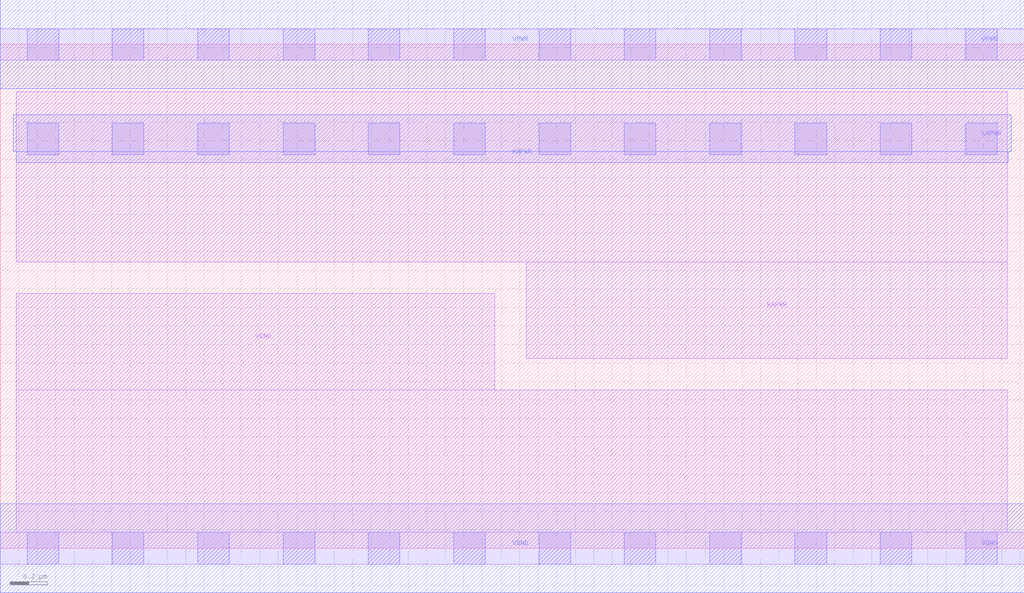
<source format=lef>
# Copyright 2020 The SkyWater PDK Authors
#
# Licensed under the Apache License, Version 2.0 (the "License");
# you may not use this file except in compliance with the License.
# You may obtain a copy of the License at
#
#     https://www.apache.org/licenses/LICENSE-2.0
#
# Unless required by applicable law or agreed to in writing, software
# distributed under the License is distributed on an "AS IS" BASIS,
# WITHOUT WARRANTIES OR CONDITIONS OF ANY KIND, either express or implied.
# See the License for the specific language governing permissions and
# limitations under the License.
#
# SPDX-License-Identifier: Apache-2.0

VERSION 5.7 ;
  NAMESCASESENSITIVE ON ;
  NOWIREEXTENSIONATPIN ON ;
  DIVIDERCHAR "/" ;
  BUSBITCHARS "[]" ;
UNITS
  DATABASE MICRONS 200 ;
END UNITS
MACRO sky130_fd_sc_hd__lpflow_decapkapwr_12
  CLASS CORE ;
  SOURCE USER ;
  FOREIGN sky130_fd_sc_hd__lpflow_decapkapwr_12 ;
  ORIGIN  0.000000  0.000000 ;
  SIZE  5.520000 BY  2.720000 ;
  SYMMETRY X Y R90 ;
  SITE unithd ;
  PIN KAPWR
    DIRECTION INOUT ;
    SHAPE ABUTMENT ;
    USE POWER ;
    PORT
      LAYER li1 ;
        RECT 0.085000 1.545000 5.430000 2.465000 ;
        RECT 2.835000 1.025000 5.430000 1.545000 ;
      LAYER mcon ;
        RECT 0.145000 2.125000 0.315000 2.295000 ;
        RECT 0.605000 2.125000 0.775000 2.295000 ;
        RECT 1.065000 2.125000 1.235000 2.295000 ;
        RECT 1.525000 2.125000 1.695000 2.295000 ;
        RECT 1.985000 2.125000 2.155000 2.295000 ;
        RECT 2.445000 2.125000 2.615000 2.295000 ;
        RECT 2.905000 2.125000 3.075000 2.295000 ;
        RECT 3.365000 2.125000 3.535000 2.295000 ;
        RECT 3.825000 2.125000 3.995000 2.295000 ;
        RECT 4.285000 2.125000 4.455000 2.295000 ;
        RECT 4.745000 2.125000 4.915000 2.295000 ;
        RECT 5.205000 2.125000 5.375000 2.295000 ;
      LAYER met1 ;
        RECT 0.070000 2.140000 5.450000 2.340000 ;
        RECT 0.085000 2.080000 5.435000 2.140000 ;
    END
  END KAPWR
  PIN VGND
    DIRECTION INOUT ;
    SHAPE ABUTMENT ;
    USE GROUND ;
    PORT
      LAYER li1 ;
        RECT 0.000000 -0.085000 5.520000 0.085000 ;
        RECT 0.085000  0.085000 5.430000 0.855000 ;
        RECT 0.085000  0.855000 2.665000 1.375000 ;
      LAYER mcon ;
        RECT 0.145000 -0.085000 0.315000 0.085000 ;
        RECT 0.605000 -0.085000 0.775000 0.085000 ;
        RECT 1.065000 -0.085000 1.235000 0.085000 ;
        RECT 1.525000 -0.085000 1.695000 0.085000 ;
        RECT 1.985000 -0.085000 2.155000 0.085000 ;
        RECT 2.445000 -0.085000 2.615000 0.085000 ;
        RECT 2.905000 -0.085000 3.075000 0.085000 ;
        RECT 3.365000 -0.085000 3.535000 0.085000 ;
        RECT 3.825000 -0.085000 3.995000 0.085000 ;
        RECT 4.285000 -0.085000 4.455000 0.085000 ;
        RECT 4.745000 -0.085000 4.915000 0.085000 ;
        RECT 5.205000 -0.085000 5.375000 0.085000 ;
      LAYER met1 ;
        RECT 0.000000 -0.240000 5.520000 0.240000 ;
    END
  END VGND
  PIN VPWR
    DIRECTION INOUT ;
    SHAPE ABUTMENT ;
    USE POWER ;
    PORT
      LAYER li1 ;
        RECT 0.000000 2.635000 5.520000 2.805000 ;
      LAYER mcon ;
        RECT 0.145000 2.635000 0.315000 2.805000 ;
        RECT 0.605000 2.635000 0.775000 2.805000 ;
        RECT 1.065000 2.635000 1.235000 2.805000 ;
        RECT 1.525000 2.635000 1.695000 2.805000 ;
        RECT 1.985000 2.635000 2.155000 2.805000 ;
        RECT 2.445000 2.635000 2.615000 2.805000 ;
        RECT 2.905000 2.635000 3.075000 2.805000 ;
        RECT 3.365000 2.635000 3.535000 2.805000 ;
        RECT 3.825000 2.635000 3.995000 2.805000 ;
        RECT 4.285000 2.635000 4.455000 2.805000 ;
        RECT 4.745000 2.635000 4.915000 2.805000 ;
        RECT 5.205000 2.635000 5.375000 2.805000 ;
      LAYER met1 ;
        RECT 0.000000 2.480000 5.520000 2.960000 ;
    END
  END VPWR
END sky130_fd_sc_hd__lpflow_decapkapwr_12

</source>
